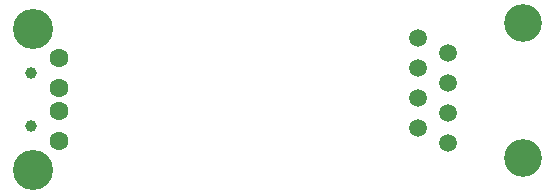
<source format=gbr>
%TF.GenerationSoftware,KiCad,Pcbnew,(6.0.4)*%
%TF.CreationDate,2023-01-25T09:54:28+09:00*%
%TF.ProjectId,naraetracker-usb-convertor,6e617261-6574-4726-9163-6b65722d7573,rev?*%
%TF.SameCoordinates,Original*%
%TF.FileFunction,Soldermask,Bot*%
%TF.FilePolarity,Negative*%
%FSLAX46Y46*%
G04 Gerber Fmt 4.6, Leading zero omitted, Abs format (unit mm)*
G04 Created by KiCad (PCBNEW (6.0.4)) date 2023-01-25 09:54:28*
%MOMM*%
%LPD*%
G01*
G04 APERTURE LIST*
%ADD10C,3.200000*%
%ADD11C,1.520000*%
%ADD12C,1.000000*%
%ADD13C,1.600000*%
%ADD14C,3.400000*%
G04 APERTURE END LIST*
D10*
%TO.C,RJ1*%
X146812000Y-93858000D03*
X146812000Y-82428000D03*
D11*
X140462000Y-92578000D03*
X137922000Y-91308000D03*
X140462000Y-90038000D03*
X137922000Y-88768000D03*
X140462000Y-87508000D03*
X137922000Y-86238000D03*
X140462000Y-84958000D03*
X137922000Y-83698000D03*
%TD*%
D12*
%TO.C,USB1*%
X105191000Y-91150000D03*
X105191000Y-86650000D03*
D13*
X107541000Y-92400000D03*
X107541000Y-89900000D03*
X107541000Y-87900000D03*
X107521000Y-85400000D03*
D14*
X105381000Y-94900000D03*
X105381000Y-82900000D03*
%TD*%
M02*

</source>
